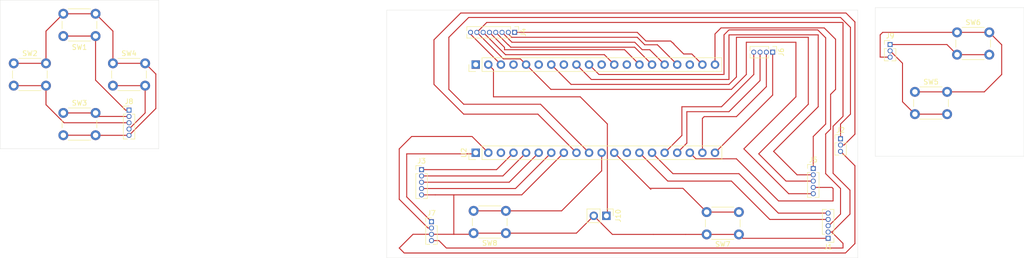
<source format=kicad_pcb>
(kicad_pcb (version 20241229) (generator "pcbnew") (generator_version "9.0")
  (layers (0 "F.Cu" signal) (2 "B.Cu" signal) (13 "F.Paste" user) (15 "B.Paste" user) (5 "F.SilkS" user "F.Silkscreen") (7 "B.SilkS" user "B.Silkscreen") (1 "F.Mask" user) (3 "B.Mask" user) (25 "Edge.Cuts" user))
  (net 0 "")
  (net 1 "/UP")
  (net 2 "/LEFT")
  (net 3 "/DOWN")
  (net 4 "/RIGHT")
  (net 5 "/A")
  (net 6 "/B")
  (net 7 "/START")
  (net 8 "/SELECT")
  (net 9 "/I2C0_SDA")
  (net 10 "/I2C0_SCL")
  (net 11 "/DT")
  (net 12 "/CLK")
  (net 13 "/DIN")
  (net 14 "/MUTE")
  (net 15 "/LCD_GND")
  (net 19 "/LRC")
  (net 22 "/LCD CS")
  (net 23 "/BCLK")
  (net 24 "/MOSI")
  (net 25 "/CS")
  (net 26 "/MISO")
  (net 27 "/LCD CLK")
  (net 28 "/RS")
  (net 29 "/LED")
  (net 30 "/GND")
  (net 31 "/A_OUT")
  (net 32 "/GND_R")
  (net 33 "/B_OUT")
  (net 34 "/VSYS")
  (net 35 "/3V3")
  (net 36 "/GND_L")
  (net 37 "/UP2")
  (net 38 "/RIGHT2")
  (net 39 "/LEFT2")
  (net 40 "/DOWN2")
  (net 41 "/SDI")
  (net 42 "/SCK")
  (net 43 "/RST")
  (footprint "Connector_PinHeader_2.54mm:PinHeader_1x02_P2.54mm_Vertical" (layer "F.Cu") (at 165.275 142.5 -90)
    (property "Reference" "J10" (at 0 -2.38 90) (layer "F.SilkS"))
    (property "Value" "POWER_SWITCH")
    (fp_line (start -1.38 3.92) (end 1.38 3.92) (stroke (width 0.12)) (layer "F.SilkS"))
    (fp_line (start -1.38 1.27) (end -1.38 3.92) (stroke (width 0.12)) (layer "F.SilkS"))
    (fp_line (start -1.38 1.27) (end 1.38 1.27) (stroke (width 0.12)) (layer "F.SilkS"))
    (fp_line (start 1.38 1.27) (end 1.38 3.92) (stroke (width 0.12)) (layer "F.SilkS"))
    (fp_line (start -1.38 0) (end -1.38 -1.38) (stroke (width 0.12)) (layer "F.SilkS"))
    (fp_line (start -1.38 -1.38) (end 0 -1.38) (stroke (width 0.12)) (layer "F.SilkS"))
    (pad "1" thru_hole rect (at 0 0 270) (size 1.7 1.7) (drill 1) (layers "*.Cu" "*.Mask") (net 34 "/VSYS"))
    (pad "2" thru_hole circle (at 0 2.54 270) (size 1.7 1.7) (drill 1) (layers "*.Cu" "*.Mask") (net 30 "/GND"))
  )
  (footprint "Button_Switch_THT:SW_PUSH_6mm" (layer "F.Cu") (at 236 105.5)
    (property "Reference" "SW6" (at 3.25 -2 0) (layer "F.SilkS"))
    (property "Value" "SW_Push")
    (fp_line (start -0.25 1.5) (end -0.25 3) (stroke (width 0.12)) (layer "F.SilkS"))
    (fp_line (start 1 5.5) (end 5.5 5.5) (stroke (width 0.12)) (layer "F.SilkS"))
    (fp_line (start 5.5 -1) (end 1 -1) (stroke (width 0.12)) (layer "F.SilkS"))
    (fp_line (start 6.75 3) (end 6.75 1.5) (stroke (width 0.12)) (layer "F.SilkS"))
    (pad "1" thru_hole circle (at 0 0 90) (size 2 2) (drill 1.1) (layers "*.Cu" "*.Mask") (net 32 "/GND_R"))
    (pad "1" thru_hole circle (at 6.5 0 90) (size 2 2) (drill 1.1) (layers "*.Cu" "*.Mask") (net 32 "/GND_R"))
    (pad "2" thru_hole circle (at 0 4.5 90) (size 2 2) (drill 1.1) (layers "*.Cu" "*.Mask") (net 33 "/B_OUT"))
    (pad "2" thru_hole circle (at 6.5 4.5 90) (size 2 2) (drill 1.1) (layers "*.Cu" "*.Mask") (net 33 "/B_OUT"))
  )
  (footprint "Button_Switch_THT:SW_PUSH_6mm" (layer "F.Cu") (at 145 146 180)
    (property "Reference" "SW8" (at 3.25 -2 0) (layer "F.SilkS"))
    (property "Value" "SW_Push")
    (fp_line (start 6.75 3) (end 6.75 1.5) (stroke (width 0.12)) (layer "F.SilkS"))
    (fp_line (start 5.5 -1) (end 1 -1) (stroke (width 0.12)) (layer "F.SilkS"))
    (fp_line (start 1 5.5) (end 5.5 5.5) (stroke (width 0.12)) (layer "F.SilkS"))
    (fp_line (start -0.25 1.5) (end -0.25 3) (stroke (width 0.12)) (layer "F.SilkS"))
    (pad "1" thru_hole circle (at 0 0 270) (size 2 2) (drill 1.1) (layers "*.Cu" "*.Mask") (net 30 "/GND"))
    (pad "1" thru_hole circle (at 6.5 0 270) (size 2 2) (drill 1.1) (layers "*.Cu" "*.Mask") (net 30 "/GND"))
    (pad "2" thru_hole circle (at 0 4.5 270) (size 2 2) (drill 1.1) (layers "*.Cu" "*.Mask") (net 8 "/SELECT"))
    (pad "2" thru_hole circle (at 6.5 4.5 270) (size 2 2) (drill 1.1) (layers "*.Cu" "*.Mask") (net 8 "/SELECT"))
  )
  (footprint "Button_Switch_THT:SW_PUSH_6mm" (layer "F.Cu") (at 55.75 101.75)
    (property "Reference" "SW1" (at 3.25 6.75 0) (layer "F.SilkS"))
    (property "Value" "SW_Push")
    (fp_line (start -0.25 1.5) (end -0.25 3) (stroke (width 0.12)) (layer "F.SilkS"))
    (fp_line (start 1 5.5) (end 5.5 5.5) (stroke (width 0.12)) (layer "F.SilkS"))
    (fp_line (start 5.5 -1) (end 1 -1) (stroke (width 0.12)) (layer "F.SilkS"))
    (fp_line (start 6.75 3) (end 6.75 1.5) (stroke (width 0.12)) (layer "F.SilkS"))
    (pad "1" thru_hole circle (at 0 0 90) (size 2 2) (drill 1.1) (layers "*.Cu" "*.Mask") (net 36 "/GND_L"))
    (pad "1" thru_hole circle (at 6.5 0 90) (size 2 2) (drill 1.1) (layers "*.Cu" "*.Mask") (net 36 "/GND_L"))
    (pad "2" thru_hole circle (at 0 4.5 90) (size 2 2) (drill 1.1) (layers "*.Cu" "*.Mask") (net 37 "/UP2"))
    (pad "2" thru_hole circle (at 6.5 4.5 90) (size 2 2) (drill 1.1) (layers "*.Cu" "*.Mask") (net 37 "/UP2"))
  )
  (footprint "Connector_PinHeader_1.27mm:PinHeader_1x05_P1.27mm_Vertical" (layer "F.Cu") (at 128 133.19)
    (property "Reference" "J3" (at 0 -1.745 0) (layer "F.SilkS"))
    (property "Value" "L PCB_IN")
    (fp_line (start -1.16 -0.81) (end 0 -0.81) (stroke (width 0.12)) (layer "F.SilkS"))
    (fp_line (start -1.16 0) (end -1.16 -0.81) (stroke (width 0.12)) (layer "F.SilkS"))
    (fp_line (start -1.16 0.81) (end -1.16 5.825) (stroke (width 0.12)) (layer "F.SilkS"))
    (fp_line (start -1.16 0.81) (end -0.666708 0.81) (stroke (width 0.12)) (layer "F.SilkS"))
    (fp_line (start -1.16 5.825) (end -0.317923 5.825) (stroke (width 0.12)) (layer "F.SilkS"))
    (fp_line (start 0.317923 5.825) (end 1.16 5.825) (stroke (width 0.12)) (layer "F.SilkS"))
    (fp_line (start 0.666708 0.81) (end 1.16 0.81) (stroke (width 0.12)) (layer "F.SilkS"))
    (fp_line (start 1.16 0.81) (end 1.16 5.825) (stroke (width 0.12)) (layer "F.SilkS"))
    (pad "1" thru_hole rect (at 0 0) (size 1 1) (drill 0.65) (layers "*.Cu" "*.Mask") (net 1 "/UP"))
    (pad "2" thru_hole circle (at 0 1.27) (size 1 1) (drill 0.65) (layers "*.Cu" "*.Mask") (net 3 "/DOWN"))
    (pad "3" thru_hole circle (at 0 2.54) (size 1 1) (drill 0.65) (layers "*.Cu" "*.Mask") (net 2 "/LEFT"))
    (pad "4" thru_hole circle (at 0 3.81) (size 1 1) (drill 0.65) (layers "*.Cu" "*.Mask") (net 4 "/RIGHT"))
    (pad "5" thru_hole circle (at 0 5.08) (size 1 1) (drill 0.65) (layers "*.Cu" "*.Mask") (net 30 "/GND"))
  )
  (footprint "Connector_PinHeader_1.27mm:PinHeader_1x04_P1.27mm_Vertical" (layer "F.Cu") (at 130 143.69)
    (property "Reference" "J7" (at 0 -1.745 0) (layer "F.SilkS"))
    (property "Value" "ADC")
    (fp_line (start -1.16 -0.81) (end 0 -0.81) (stroke (width 0.12)) (layer "F.SilkS"))
    (fp_line (start -1.16 0) (end -1.16 -0.81) (stroke (width 0.12)) (layer "F.SilkS"))
    (fp_line (start -1.16 0.81) (end -1.16 4.555) (stroke (width 0.12)) (layer "F.SilkS"))
    (fp_line (start -1.16 0.81) (end -0.666708 0.81) (stroke (width 0.12)) (layer "F.SilkS"))
    (fp_line (start -1.16 4.555) (end -0.317923 4.555) (stroke (width 0.12)) (layer "F.SilkS"))
    (fp_line (start 0.317923 4.555) (end 1.16 4.555) (stroke (width 0.12)) (layer "F.SilkS"))
    (fp_line (start 0.666708 0.81) (end 1.16 0.81) (stroke (width 0.12)) (layer "F.SilkS"))
    (fp_line (start 1.16 0.81) (end 1.16 4.555) (stroke (width 0.12)) (layer "F.SilkS"))
    (pad "1" thru_hole rect (at 0 0) (size 1 1) (drill 0.65) (layers "*.Cu" "*.Mask") (net 9 "/I2C0_SDA"))
    (pad "2" thru_hole circle (at 0 1.27) (size 1 1) (drill 0.65) (layers "*.Cu" "*.Mask") (net 10 "/I2C0_SCL"))
    (pad "3" thru_hole circle (at 0 2.54) (size 1 1) (drill 0.65) (layers "*.Cu" "*.Mask") (net 30 "/GND"))
    (pad "4" thru_hole circle (at 0 3.81) (size 1 1) (drill 0.65) (layers "*.Cu" "*.Mask") (net 35 "/3V3"))
  )
  (footprint "Connector_PinHeader_1.27mm:PinHeader_1x05_P1.27mm_Vertical" (layer "F.Cu") (at 210 147.04 180)
    (property "Reference" "J1" (at 0 -1.745 0) (layer "F.SilkS"))
    (property "Value" "ENC")
    (fp_line (start 1.16 0.81) (end 1.16 5.825) (stroke (width 0.12)) (layer "F.SilkS"))
    (fp_line (start 0.666708 0.81) (end 1.16 0.81) (stroke (width 0.12)) (layer "F.SilkS"))
    (fp_line (start 0.317923 5.825) (end 1.16 5.825) (stroke (width 0.12)) (layer "F.SilkS"))
    (fp_line (start -1.16 5.825) (end -0.317923 5.825) (stroke (width 0.12)) (layer "F.SilkS"))
    (fp_line (start -1.16 0.81) (end -0.666708 0.81) (stroke (width 0.12)) (layer "F.SilkS"))
    (fp_line (start -1.16 0.81) (end -1.16 5.825) (stroke (width 0.12)) (layer "F.SilkS"))
    (fp_line (start -1.16 0) (end -1.16 -0.81) (stroke (width 0.12)) (layer "F.SilkS"))
    (fp_line (start -1.16 -0.81) (end 0 -0.81) (stroke (width 0.12)) (layer "F.SilkS"))
    (pad "1" thru_hole rect (at 0 0 180) (size 1 1) (drill 0.65) (layers "*.Cu" "*.Mask") (net 30 "/GND"))
    (pad "2" thru_hole circle (at 0 1.27 180) (size 1 1) (drill 0.65) (layers "*.Cu" "*.Mask") (net 35 "/3V3"))
    (pad "3" thru_hole circle (at 0 2.54 180) (size 1 1) (drill 0.65) (layers "*.Cu" "*.Mask") (net 14 "/MUTE"))
    (pad "4" thru_hole circle (at 0 3.81 180) (size 1 1) (drill 0.65) (layers "*.Cu" "*.Mask") (net 11 "/DT"))
    (pad "5" thru_hole circle (at 0 5.08 180) (size 1 1) (drill 0.65) (layers "*.Cu" "*.Mask") (net 12 "/CLK"))
  )
  (footprint "Button_Switch_THT:SW_PUSH_6mm" (layer "F.Cu") (at 192 146.25 180)
    (property "Reference" "SW7" (at 3.25 -2 0) (layer "F.SilkS"))
    (property "Value" "SW_Push")
    (fp_line (start 6.75 3) (end 6.75 1.5) (stroke (width 0.12)) (layer "F.SilkS"))
    (fp_line (start 5.5 -1) (end 1 -1) (stroke (width 0.12)) (layer "F.SilkS"))
    (fp_line (start 1 5.5) (end 5.5 5.5) (stroke (width 0.12)) (layer "F.SilkS"))
    (fp_line (start -0.25 1.5) (end -0.25 3) (stroke (width 0.12)) (layer "F.SilkS"))
    (pad "1" thru_hole circle (at 0 0 270) (size 2 2) (drill 1.1) (layers "*.Cu" "*.Mask") (net 30 "/GND"))
    (pad "1" thru_hole circle (at 6.5 0 270) (size 2 2) (drill 1.1) (layers "*.Cu" "*.Mask") (net 30 "/GND"))
    (pad "2" thru_hole circle (at 0 4.5 270) (size 2 2) (drill 1.1) (layers "*.Cu" "*.Mask") (net 7 "/START"))
    (pad "2" thru_hole circle (at 6.5 4.5 270) (size 2 2) (drill 1.1) (layers "*.Cu" "*.Mask") (net 7 "/START"))
  )
  (footprint "Connector_PinHeader_1.27mm:PinHeader_1x05_P1.27mm_Vertical" (layer "F.Cu") (at 207 132.96)
    (property "Reference" "J5" (at 0 -1.745 0) (layer "F.SilkS"))
    (property "Value" "AMP")
    (fp_line (start -1.16 -0.81) (end 0 -0.81) (stroke (width 0.12)) (layer "F.SilkS"))
    (fp_line (start -1.16 0) (end -1.16 -0.81) (stroke (width 0.12)) (layer "F.SilkS"))
    (fp_line (start -1.16 0.81) (end -1.16 5.825) (stroke (width 0.12)) (layer "F.SilkS"))
    (fp_line (start -1.16 0.81) (end -0.666708 0.81) (stroke (width 0.12)) (layer "F.SilkS"))
    (fp_line (start -1.16 5.825) (end -0.317923 5.825) (stroke (width 0.12)) (layer "F.SilkS"))
    (fp_line (start 0.317923 5.825) (end 1.16 5.825) (stroke (width 0.12)) (layer "F.SilkS"))
    (fp_line (start 0.666708 0.81) (end 1.16 0.81) (stroke (width 0.12)) (layer "F.SilkS"))
    (fp_line (start 1.16 0.81) (end 1.16 5.825) (stroke (width 0.12)) (layer "F.SilkS"))
    (pad "1" thru_hole rect (at 0 0) (size 1 1) (drill 0.65) (layers "*.Cu" "*.Mask") (net 13 "/DIN"))
    (pad "2" thru_hole circle (at 0 1.27) (size 1 1) (drill 0.65) (layers "*.Cu" "*.Mask") (net 23 "/BCLK"))
    (pad "3" thru_hole circle (at 0 2.54) (size 1 1) (drill 0.65) (layers "*.Cu" "*.Mask") (net 19 "/LRC"))
    (pad "4" thru_hole circle (at 0 3.81) (size 1 1) (drill 0.65) (layers "*.Cu" "*.Mask") (net 30 "/GND"))
    (pad "5" thru_hole circle (at 0 5.08) (size 1 1) (drill 0.65) (layers "*.Cu" "*.Mask") (net 35 "/3V3"))
  )
  (footprint "Connector_PinHeader_1.27mm:PinHeader_1x03_P1.27mm_Vertical" (layer "F.Cu") (at 212.5 126.96)
    (property "Reference" "J2" (at 0 -1.745 0) (layer "F.SilkS"))
    (property "Value" "R PCB_in")
    (fp_line (start -1.16 -0.81) (end 0 -0.81) (stroke (width 0.12)) (layer "F.SilkS"))
    (fp_line (start -1.16 0) (end -1.16 -0.81) (stroke (width 0.12)) (layer "F.SilkS"))
    (fp_line (start -1.16 0.81) (end -1.16 3.285) (stroke (width 0.12)) (layer "F.SilkS"))
    (fp_line (start -1.16 0.81) (end -0.666708 0.81) (stroke (width 0.12)) (layer "F.SilkS"))
    (fp_line (start -1.16 3.285) (end -0.317923 3.285) (stroke (width 0.12)) (layer "F.SilkS"))
    (fp_line (start 0.317923 3.285) (end 1.16 3.285) (stroke (width 0.12)) (layer "F.SilkS"))
    (fp_line (start 0.666708 0.81) (end 1.16 0.81) (stroke (width 0.12)) (layer "F.SilkS"))
    (fp_line (start 1.16 0.81) (end 1.16 3.285) (stroke (width 0.12)) (layer "F.SilkS"))
    (pad "1" thru_hole rect (at 0 0) (size 1 1) (drill 0.65) (layers "*.Cu" "*.Mask") (net 6 "/B"))
    (pad "2" thru_hole circle (at 0 1.27) (size 1 1) (drill 0.65) (layers "*.Cu" "*.Mask") (net 5 "/A"))
    (pad "3" thru_hole circle (at 0 2.54) (size 1 1) (drill 0.65) (layers "*.Cu" "*.Mask") (net 30 "/GND"))
  )
  (footprint "Button_Switch_THT:SW_PUSH_6mm" (layer "F.Cu") (at 55.75 121.75)
    (property "Reference" "SW3" (at 3.25 -2 0) (layer "F.SilkS"))
    (property "Value" "SW_Push")
    (fp_line (start -0.25 1.5) (end -0.25 3) (stroke (width 0.12)) (layer "F.SilkS"))
    (fp_line (start 1 5.5) (end 5.5 5.5) (stroke (width 0.12)) (layer "F.SilkS"))
    (fp_line (start 5.5 -1) (end 1 -1) (stroke (width 0.12)) (layer "F.SilkS"))
    (fp_line (start 6.75 3) (end 6.75 1.5) (stroke (width 0.12)) (layer "F.SilkS"))
    (pad "1" thru_hole circle (at 0 0 90) (size 2 2) (drill 1.1) (layers "*.Cu" "*.Mask") (net 40 "/DOWN2"))
    (pad "1" thru_hole circle (at 6.5 0 90) (size 2 2) (drill 1.1) (layers "*.Cu" "*.Mask") (net 40 "/DOWN2"))
    (pad "2" thru_hole circle (at 0 4.5 90) (size 2 2) (drill 1.1) (layers "*.Cu" "*.Mask") (net 36 "/GND_L"))
    (pad "2" thru_hole circle (at 6.5 4.5 90) (size 2 2) (drill 1.1) (layers "*.Cu" "*.Mask") (net 36 "/GND_L"))
  )
  (footprint "myLibrary:Pico THT" (layer "F.Cu") (at 138.92 129.78 90)
    (property "Reference" "U2" (at 0 -2.38 90) (layer "F.SilkS"))
    (property "Value" "SC0915")
    (fp_line (start 16.4 -1.38) (end 17.78 -1.38) (stroke (width 0.12)) (layer "F.SilkS"))
    (fp_line (start -1.38 -1.38) (end 0 -1.38) (stroke (width 0.12)) (layer "F.SilkS"))
    (fp_line (start 16.4 0) (end 16.4 -1.38) (stroke (width 0.12)) (layer "F.SilkS"))
    (fp_line (start -1.38 0) (end -1.38 -1.38) (stroke (width 0.12)) (layer "F.SilkS"))
    (fp_line (start 19.16 1.27) (end 19.16 49.64) (stroke (width 0.12)) (layer "F.SilkS"))
    (fp_line (start 16.4 1.27) (end 19.16 1.27) (stroke (width 0.12)) (layer "F.SilkS"))
    (fp_line (start 16.4 1.27) (end 16.4 49.64) (stroke (width 0.12)) (layer "F.SilkS"))
    (fp_line (start 1.38 1.27) (end 1.38 49.64) (stroke (width 0.12)) (layer "F.SilkS"))
    (fp_line (start -1.38 1.27) (end 1.38 1.27) (stroke (width 0.12)) (layer "F.SilkS"))
    (fp_line (start -1.38 1.27) (end -1.38 49.64) (stroke (width 0.12)) (layer "F.SilkS"))
    (fp_line (start 16.4 49.64) (end 19.16 49.64) (stroke (width 0.12)) (layer "F.SilkS"))
    (fp_line (start -1.38 49.64) (end 1.38 49.64) (stroke (width 0.12)) (layer "F.SilkS"))
    (pad "1" thru_hole rect (at 0 0 90) (size 1.7 1.7) (drill 1) (layers "*.Cu" "*.Mask") (net 9 "/I2C0_SDA"))
    (pad "2" thru_hole circle (at 0 2.54 90) (size 1.7 1.7) (drill 1) (layers "*.Cu" "*.Mask") (net 10 "/I2C0_SCL"))
    (pad "3" thru_hole circle (at 0 5.08 90) (size 1.7 1.7) (drill 1) (layers "*.Cu" "*.Mask") (net 15 "/LCD_GND"))
    (pad "4" thru_hole circle (at 0 7.62 90) (size 1.7 1.7) (drill 1) (layers "*.Cu" "*.Mask") (net 1 "/UP"))
    (pad "5" thru_hole circle (at 0 10.16 90) (size 1.7 1.7) (drill 1) (layers "*.Cu" "*.Mask") (net 3 "/DOWN"))
    (pad "6" thru_hole circle (at 0 12.7 90) (size 1.7 1.7) (drill 1) (layers "*.Cu" "*.Mask") (net 2 "/LEFT"))
    (pad "7" thru_hole circle (at 0 15.24 90) (size 1.7 1.7) (drill 1) (layers "*.Cu" "*.Mask") (net 4 "/RIGHT"))
    (pad "8" thru_hole circle (at 0 17.78 90) (size 1.7 1.7) (drill 1) (layers "*.Cu" "*.Mask") (net 30 "/GND"))
    (pad "9" thru_hole circle (at 0 20.32 90) (size 1.7 1.7) (drill 1) (layers "*.Cu" "*.Mask") (net 5 "/A"))
    (pad "10" thru_hole circle (at 0 22.86 90) (size 1.7 1.7) (drill 1) (layers "*.Cu" "*.Mask") (net 6 "/B"))
    (pad "11" thru_hole circle (at 0 25.4 90) (size 1.7 1.7) (drill 1) (layers "*.Cu" "*.Mask") (net 8 "/SELECT"))
    (pad "12" thru_hole circle (at 0 27.94 90) (size 1.7 1.7) (drill 1) (layers "*.Cu" "*.Mask") (net 7 "/START"))
    (pad "13" thru_hole circle (at 0 30.48 90) (size 1.7 1.7) (drill 1) (layers "*.Cu" "*.Mask") (net 30 "/GND"))
    (pad "14" thru_hole circle (at 0 33.02 90) (size 1.7 1.7) (drill 1) (layers "*.Cu" "*.Mask") (net 11 "/DT"))
    (pad "15" thru_hole circle (at 0 35.56 90) (size 1.7 1.7) (drill 1) (layers "*.Cu" "*.Mask") (net 12 "/CLK"))
    (pad "16" thru_hole circle (at 0 38.1 90) (size 1.7 1.7) (drill 1) (layers "*.Cu" "*.Mask") (net 26 "/MISO"))
    (pad "17" thru_hole circle (at 0 40.64 90) (size 1.7 1.7) (drill 1) (layers "*.Cu" "*.Mask") (net 25 "/CS"))
    (pad "18" thru_hole circle (at 0 43.18 90) (size 1.7 1.7) (drill 1) (layers "*.Cu" "*.Mask") (net 30 "/GND"))
    (pad "19" thru_hole circle (at 0 45.72 90) (size 1.7 1.7) (drill 1) (layers "*.Cu" "*.Mask") (net 42 "/SCK"))
    (pad "20" thru_hole circle (at 0 48.26 90) (size 1.7 1.7) (drill 1) (layers "*.Cu" "*.Mask") (net 24 "/MOSI"))
    (pad "21" thru_hole circle (at 17.78 48.26 90) (size 1.7 1.7) (drill 1) (layers "*.Cu" "*.Mask") (net 14 "/MUTE"))
    (pad "22" thru_hole circle (at 17.78 45.72 90) (size 1.7 1.7) (drill 1) (layers "*.Cu" "*.Mask") (net 22 "/LCD CS"))
    (pad "23" thru_hole circle (at 17.78 43.18 90) (size 1.7 1.7) (drill 1) (layers "*.Cu" "*.Mask") (net 30 "/GND"))
    (pad "24" thru_hole circle (at 17.78 40.64 90) (size 1.7 1.7) (drill 1) (layers "*.Cu" "*.Mask") (net 27 "/LCD CLK"))
    (pad "25" thru_hole circle (at 17.78 38.1 90) (size 1.7 1.7) (drill 1) (layers "*.Cu" "*.Mask") (net 41 "/SDI"))
    (pad "26" thru_hole circle (at 17.78 35.56 90) (size 1.7 1.7) (drill 1) (layers "*.Cu" "*.Mask") (net 28 "/RS"))
    (pad "27" thru_hole circle (at 17.78 33.02 90) (size 1.7 1.7) (drill 1) (layers "*.Cu" "*.Mask") (net 43 "/RST"))
    (pad "28" thru_hole circle (at 17.78 30.48 90) (size 1.7 1.7) (drill 1) (layers "*.Cu" "*.Mask") (net 30 "/GND"))
    (pad "29" thru_hole circle (at 17.78 27.94 90) (size 1.7 1.7) (drill 1) (layers "*.Cu" "*.Mask") (net 29 "/LED"))
    (pad "30" thru_hole circle (at 17.78 25.4 90) (size 1.7 1.7) (drill 1) (layers "*.Cu" "*.Mask"))
    (pad "31" thru_hole circle (at 17.78 22.86 90) (size 1.7 1.7) (drill 1) (layers "*.Cu" "*.Mask") (net 13 "/DIN"))
    (pad "32" thru_hole circle (at 17.78 20.32 90) (size 1.7 1.7) (drill 1) (layers "*.Cu" "*.Mask") (net 23 "/BCLK"))
    (pad "33" thru_hole circle (at 17.78 17.78 90) (size 1.7 1.7) (drill 1) (layers "*.Cu" "*.Mask"))
    (pad "34" thru_hole circle (at 17.78 15.24 90) (size 1.7 1.7) (drill 1) (layers "*.Cu" "*.Mask") (net 19 "/LRC"))
    (pad "35" thru_hole circle (at 17.78 12.7 90) (size 1.7 1.7) (drill 1) (layers "*.Cu" "*.Mask"))
    (pad "36" thru_hole circle (at 17.78 10.16 90) (size 1.7 1.7) (drill 1) (layers "*.Cu" "*.Mask") (net 35 "/3V3"))
    (pad "37" thru_hole circle (at 17.78 7.62 90) (size 1.7 1.7) (drill 1) (layers "*.Cu" "*.Mask"))
    (pad "38" thru_hole circle (at 17.78 5.08 90) (size 1.7 1.7) (drill 1) (layers "*.Cu" "*.Mask") (net 30 "/GND"))
    (pad "39" thru_hole circle (at 17.78 2.54 90) (size 1.7 1.7) (drill 1) (layers "*.Cu" "*.Mask") (net 34 "/VSYS"))
    (pad "40" thru_hole rect (at 17.78 0 90) (size 1.7 1.7) (drill 1) (layers "*.Cu" "*.Mask"))
  )
  (footprint "Connector_PinHeader_1.27mm:PinHeader_1x04_P1.27mm_Vertical" (layer "F.Cu") (at 198.81 109.5 -90)
    (property "Reference" "J6" (at 0 -1.745 90) (layer "F.SilkS"))
    (property "Value" "SD")
    (fp_line (start -1.16 4.555) (end -0.317923 4.555) (stroke (width 0.12)) (layer "F.SilkS"))
    (fp_line (start 0.317923 4.555) (end 1.16 4.555) (stroke (width 0.12)) (layer "F.SilkS"))
    (fp_line (start -1.16 0.81) (end -1.16 4.555) (stroke (width 0.12)) (layer "F.SilkS"))
    (fp_line (start -1.16 0.81) (end -0.666708 0.81) (stroke (width 0.12)) (layer "F.SilkS"))
    (fp_line (start 0.666708 0.81) (end 1.16 0.81) (stroke (width 0.12)) (layer "F.SilkS"))
    (fp_line (start 1.16 0.81) (end 1.16 4.555) (stroke (width 0.12)) (layer "F.SilkS"))
    (fp_line (start -1.16 0) (end -1.16 -0.81) (stroke (width 0.12)) (layer "F.SilkS"))
    (fp_line (start -1.16 -0.81) (end 0 -0.81) (stroke (width 0.12)) (layer "F.SilkS"))
    (pad "1" thru_hole rect (at 0 0 270) (size 1 1) (drill 0.65) (layers "*.Cu" "*.Mask") (net 24 "/MOSI"))
    (pad "2" thru_hole circle (at 0 1.27 270) (size 1 1) (drill 0.65) (layers "*.Cu" "*.Mask") (net 42 "/SCK"))
    (pad "3" thru_hole circle (at 0 2.54 270) (size 1 1) (drill 0.65) (layers "*.Cu" "*.Mask") (net 25 "/CS"))
    (pad "4" thru_hole circle (at 0 3.81 270) (size 1 1) (drill 0.65) (layers "*.Cu" "*.Mask") (net 26 "/MISO"))
  )
  (footprint "Button_Switch_THT:SW_PUSH_6mm" (layer "F.Cu") (at 227.5 117.5)
    (property "Reference" "SW5" (at 3.25 -2 0) (layer "F.SilkS"))
    (property "Value" "SW_Push")
    (fp_line (start -0.25 1.5) (end -0.25 3) (stroke (width 0.12)) (layer "F.SilkS"))
    (fp_line (start 1 5.5) (end 5.5 5.5) (stroke (width 0.12)) (layer "F.SilkS"))
    (fp_line (start 5.5 -1) (end 1 -1) (stroke (width 0.12)) (layer "F.SilkS"))
    (fp_line (start 6.75 3) (end 6.75 1.5) (stroke (width 0.12)) (layer "F.SilkS"))
    (pad "1" thru_hole circle (at 0 0 90) (size 2 2) (drill 1.1) (layers "*.Cu" "*.Mask") (net 32 "/GND_R"))
    (pad "1" thru_hole circle (at 6.5 0 90) (size 2 2) (drill 1.1) (layers "*.Cu" "*.Mask") (net 32 "/GND_R"))
    (pad "2" thru_hole circle (at 0 4.5 90) (size 2 2) (drill 1.1) (layers "*.Cu" "*.Mask") (net 31 "/A_OUT"))
    (pad "2" thru_hole circle (at 6.5 4.5 90) (size 2 2) (drill 1.1) (layers "*.Cu" "*.Mask") (net 31 "/A_OUT"))
  )
  (footprint "Connector_PinHeader_1.27mm:PinHeader_1x05_P1.27mm_Vertical" (layer "F.Cu") (at 69 121.19)
    (property "Reference" "J8" (at 0 -1.745 0) (layer "F.SilkS"))
    (property "Value" "L PCB_OUT")
    (fp_line (start -1.16 -0.81) (end 0 -0.81) (stroke (width 0.12)) (layer "F.SilkS"))
    (fp_line (start -1.16 0) (end -1.16 -0.81) (stroke (width 0.12)) (layer "F.SilkS"))
    (fp_line (start -1.16 0.81) (end -1.16 5.825) (stroke (width 0.12)) (layer "F.SilkS"))
    (fp_line (start -1.16 0.81) (end -0.666708 0.81) (stroke (width 0.12)) (layer "F.SilkS"))
    (fp_line (start -1.16 5.825) (end -0.317923 5.825) (stroke (width 0.12)) (layer "F.SilkS"))
    (fp_line (start 0.317923 5.825) (end 1.16 5.825) (stroke (width 0.12)) (layer "F.SilkS"))
    (fp_line (start 0.666708 0.81) (end 1.16 0.81) (stroke (width 0.12)) (layer "F.SilkS"))
    (fp_line (start 1.16 0.81) (end 1.16 5.825) (stroke (width 0.12)) (layer "F.SilkS"))
    (pad "1" thru_hole rect (at 0 0) (size 1 1) (drill 0.65) (layers "*.Cu" "*.Mask") (net 37 "/UP2"))
    (pad "2" thru_hole circle (at 0 1.27) (size 1 1) (drill 0.65) (layers "*.Cu" "*.Mask") (net 40 "/DOWN2"))
    (pad "3" thru_hole circle (at 0 2.54) (size 1 1) (drill 0.65) (layers "*.Cu" "*.Mask") (net 39 "/LEFT2"))
    (pad "4" thru_hole circle (at 0 3.81) (size 1 1) (drill 0.65) (layers "*.Cu" "*.Mask") (net 38 "/RIGHT2"))
    (pad "5" thru_hole circle (at 0 5.08) (size 1 1) (drill 0.65) (layers "*.Cu" "*.Mask") (net 36 "/GND_L"))
  )
  (footprint "Button_Switch_THT:SW_PUSH_6mm" (layer "F.Cu") (at 45.75 111.75)
    (property "Reference" "SW2" (at 3.25 -2 0) (layer "F.SilkS"))
    (property "Value" "SW_Push")
    (fp_line (start -0.25 1.5) (end -0.25 3) (stroke (width 0.12)) (layer "F.SilkS"))
    (fp_line (start 1 5.5) (end 5.5 5.5) (stroke (width 0.12)) (layer "F.SilkS"))
    (fp_line (start 5.5 -1) (end 1 -1) (stroke (width 0.12)) (layer "F.SilkS"))
    (fp_line (start 6.75 3) (end 6.75 1.5) (stroke (width 0.12)) (layer "F.SilkS"))
    (pad "1" thru_hole circle (at 0 0 90) (size 2 2) (drill 1.1) (layers "*.Cu" "*.Mask") (net 36 "/GND_L"))
    (pad "1" thru_hole circle (at 6.5 0 90) (size 2 2) (drill 1.1) (layers "*.Cu" "*.Mask") (net 36 "/GND_L"))
    (pad "2" thru_hole circle (at 0 4.5 90) (size 2 2) (drill 1.1) (layers "*.Cu" "*.Mask") (net 39 "/LEFT2"))
    (pad "2" thru_hole circle (at 6.5 4.5 90) (size 2 2) (drill 1.1) (layers "*.Cu" "*.Mask") (net 39 "/LEFT2"))
  )
  (footprint "Button_Switch_THT:SW_PUSH_6mm" (layer "F.Cu") (at 65.75 111.75)
    (property "Reference" "SW4" (at 3.25 -2 0) (layer "F.SilkS"))
    (property "Value" "SW_Push")
    (fp_line (start -0.25 1.5) (end -0.25 3) (stroke (width 0.12)) (layer "F.SilkS"))
    (fp_line (start 1 5.5) (end 5.5 5.5) (stroke (width 0.12)) (layer "F.SilkS"))
    (fp_line (start 5.5 -1) (end 1 -1) (stroke (width 0.12)) (layer "F.SilkS"))
    (fp_line (start 6.75 3) (end 6.75 1.5) (stroke (width 0.12)) (layer "F.SilkS"))
    (pad "1" thru_hole circle (at 0 0 90) (size 2 2) (drill 1.1) (layers "*.Cu" "*.Mask") (net 36 "/GND_L"))
    (pad "1" thru_hole circle (at 6.5 0 90) (size 2 2) (drill 1.1) (layers "*.Cu" "*.Mask") (net 36 "/GND_L"))
    (pad "2" thru_hole circle (at 0 4.5 90) (size 2 2) (drill 1.1) (layers "*.Cu" "*.Mask") (net 38 "/RIGHT2"))
    (pad "2" thru_hole circle (at 6.5 4.5 90) (size 2 2) (drill 1.1) (layers "*.Cu" "*.Mask") (net 38 "/RIGHT2"))
  )
  (footprint "Connector_PinHeader_1.27mm:PinHeader_1x08_P1.27mm_Vertical" (layer "F.Cu") (at 146.77 105.5 -90)
    (property "Reference" "J4" (at 0 -1.745 90) (layer "F.SilkS"))
    (property "Value" "LCD")
    (fp_line (start -1.16 9.635) (end -0.317923 9.635) (stroke (width 0.12)) (layer "F.SilkS"))
    (fp_line (start 0.317923 9.635) (end 1.16 9.635) (stroke (width 0.12)) (layer "F.SilkS"))
    (fp_line (start -1.16 0.81) (end -1.16 9.635) (stroke (width 0.12)) (layer "F.SilkS"))
    (fp_line (start -1.16 0.81) (end -0.666708 0.81) (stroke (width 0.12)) (layer "F.SilkS"))
    (fp_line (start 0.666708 0.81) (end 1.16 0.81) (stroke (width 0.12)) (layer "F.SilkS"))
    (fp_line (start 1.16 0.81) (end 1.16 9.635) (stroke (width 0.12)) (layer "F.SilkS"))
    (fp_line (start -1.16 0) (end -1.16 -0.81) (stroke (width 0.12)) (layer "F.SilkS"))
    (fp_line (start -1.16 -0.81) (end 0 -0.81) (stroke (width 0.12)) (layer "F.SilkS"))
    (pad "1" thru_hole rect (at 0 0 270) (size 1 1) (drill 0.65) (layers "*.Cu" "*.Mask") (net 22 "/LCD CS"))
    (pad "2" thru_hole circle (at 0 1.27 270) (size 1 1) (drill 0.65) (layers "*.Cu" "*.Mask") (net 27 "/LCD CLK"))
    (pad "3" thru_hole circle (at 0 2.54 270) (size 1 1) (drill 0.65) (layers "*.Cu" "*.Mask") (net 41 "/SDI"))
    (pad "4" thru_hole circle (at 0 3.81 270) (size 1 1) (drill 0.65) (layers "*.Cu" "*.Mask") (net 28 "/RS"))
    (pad "5" thru_hole circle (at 0 5.08 270) (size 1 1) (drill 0.65) (layers "*.Cu" "*.Mask") (net 43 "/RST"))
    (pad "6" thru_hole circle (at 0 6.35 270) (size 1 1) (drill 0.65) (layers "*.Cu" "*.Mask") (net 29 "/LED"))
    (pad "7" thru_hole circle (at 0 7.62 270) (size 1 1) (drill 0.65) (layers "*.Cu" "*.Mask") (net 35 "/3V3"))
    (pad "8" thru_hole circle (at 0 8.89 270) (size 1 1) (drill 0.65) (layers "*.Cu" "*.Mask") (net 30 "/GND"))
  )
  (footprint "Connector_PinHeader_1.27mm:PinHeader_1x03_P1.27mm_Vertical" (layer "F.Cu") (at 222.5 107.96)
    (property "Reference" "J9" (at 0 -1.745 0) (layer "F.SilkS"))
    (property "Value" "R PCB_out")
    (fp_line (start -1.16 -0.81) (end 0 -0.81) (stroke (width 0.12)) (layer "F.SilkS"))
    (fp_line (start -1.16 0) (end -1.16 -0.81) (stroke (width 0.12)) (layer "F.SilkS"))
    (fp_line (start -1.16 0.81) (end -1.16 3.285) (stroke (width 0.12)) (layer "F.SilkS"))
    (fp_line (start -1.16 0.81) (end -0.666708 0.81) (stroke (width 0.12)) (layer "F.SilkS"))
    (fp_line (start -1.16 3.285) (end -0.317923 3.285) (stroke (width 0.12)) (layer "F.SilkS"))
    (fp_line (start 0.317923 3.285) (end 1.16 3.285) (stroke (width 0.12)) (layer "F.SilkS"))
    (fp_line (start 0.666708 0.81) (end 1.16 0.81) (stroke (width 0.12)) (layer "F.SilkS"))
    (fp_line (start 1.16 0.81) (end 1.16 3.285) (stroke (width 0.12)) (layer "F.SilkS"))
    (pad "1" thru_hole rect (at 0 0) (size 1 1) (drill 0.65) (layers "*.Cu" "*.Mask") (net 33 "/B_OUT"))
    (pad "2" thru_hole circle (at 0 1.27) (size 1 1) (drill 0.65) (layers "*.Cu" "*.Mask") (net 31 "/A_OUT"))
    (pad "3" thru_hole circle (at 0 2.54) (size 1 1) (drill 0.65) (layers "*.Cu" "*.Mask") (net 32 "/GND_R"))
  )
  (gr_rect (start 219.5 100.5) (end 249.5 130.5) (stroke (width 0.05)) (fill no) (layer "Edge.Cuts"))
  (gr_rect (start 43 99) (end 75 129) (stroke (width 0.05)) (fill no) (layer "Edge.Cuts"))
  (gr_rect (start 121 101) (end 216 151) (stroke (width 0.05)) (fill no) (layer "Edge.Cuts"))
  (segment (start 128 133.19) (end 143.13 133.19) (width 0.2) (layer "F.Cu") (net 1))
  (segment (start 143.13 133.19) (end 146.54 129.78) (width 0.2) (layer "F.Cu") (net 1))
  (segment (start 128 135.73) (end 145.67 135.73) (width 0.2) (layer "F.Cu") (net 2))
  (segment (start 145.67 135.73) (end 151.62 129.78) (width 0.2) (layer "F.Cu") (net 2))
  (segment (start 144.4 134.46) (end 149.08 129.78) (width 0.2) (layer "F.Cu") (net 3))
  (segment (start 128 134.46) (end 144.4 134.46) (width 0.2) (layer "F.Cu") (net 3))
  (segment (start 146.94 137) (end 154.16 129.78) (width 0.2) (layer "F.Cu") (net 4))
  (segment (start 128 137) (end 146.94 137) (width 0.2) (layer "F.Cu") (net 4))
  (segment (start 213.207106 128.23) (end 215.399 126.038106) (width 0.2) (layer "F.Cu") (net 5))
  (segment (start 130.5 116) (end 136.5 122) (width 0.2) (layer "F.Cu") (net 5))
  (segment (start 213.601 101.601) (end 135.899 101.601) (width 0.2) (layer "F.Cu") (net 5))
  (segment (start 215.399 126.038106) (end 215.399 103.399) (width 0.2) (layer "F.Cu") (net 5))
  (segment (start 151.46 122) (end 159.24 129.78) (width 0.2) (layer "F.Cu") (net 5))
  (segment (start 136.5 122) (end 151.46 122) (width 0.2) (layer "F.Cu") (net 5))
  (segment (start 215.399 103.399) (end 213.601 101.601) (width 0.2) (layer "F.Cu") (net 5))
  (segment (start 130.5 107) (end 130.5 116) (width 0.2) (layer "F.Cu") (net 5))
  (segment (start 135.899 101.601) (end 130.5 107) (width 0.2) (layer "F.Cu") (net 5))
  (segment (start 212.5 128.23) (end 213.207106 128.23) (width 0.2) (layer "F.Cu") (net 5))
  (segment (start 212.5 102.5) (end 137.5 102.5) (width 0.2) (layer "F.Cu") (net 6))
  (segment (start 212.5 126.96) (end 212.5 124) (width 0.2) (layer "F.Cu") (net 6))
  (segment (start 214.5 104.5) (end 212.5 102.5) (width 0.2) (layer "F.Cu") (net 6))
  (segment (start 133.5 117) (end 136.5 120) (width 0.2) (layer "F.Cu") (net 6))
  (segment (start 214.5 122) (end 214.5 104.5) (width 0.2) (layer "F.Cu") (net 6))
  (segment (start 136.5 120) (end 152 120) (width 0.2) (layer "F.Cu") (net 6))
  (segment (start 137.5 102.5) (end 133.5 106.5) (width 0.2) (layer "F.Cu") (net 6))
  (segment (start 152 120) (end 161.78 129.78) (width 0.2) (layer "F.Cu") (net 6))
  (segment (start 133.5 106.5) (end 133.5 117) (width 0.2) (layer "F.Cu") (net 6))
  (segment (start 212.5 124) (end 214.5 122) (width 0.2) (layer "F.Cu") (net 6))
  (segment (start 174.25 137.17) (end 174.04 136.96) (width 0.2) (layer "F.Cu") (net 7))
  (segment (start 192 141.75) (end 185.5 141.75) (width 0.2) (layer "F.Cu") (net 7))
  (segment (start 180.71 136.96) (end 174.04 136.96) (width 0.2) (layer "F.Cu") (net 7))
  (segment (start 185.5 141.75) (end 180.71 136.96) (width 0.2) (layer "F.Cu") (net 7))
  (segment (start 174.04 136.96) (end 166.86 129.78) (width 0.2) (layer "F.Cu") (net 7))
  (segment (start 145 141.5) (end 138.5 141.5) (width 0.2) (layer "F.Cu") (net 8))
  (segment (start 164.32 133.43) (end 156.25 141.5) (width 0.2) (layer "F.Cu") (net 8))
  (segment (start 164.32 129.78) (end 164.32 133.43) (width 0.2) (layer "F.Cu") (net 8))
  (segment (start 156.25 141.5) (end 145 141.5) (width 0.2) (layer "F.Cu") (net 8))
  (segment (start 125 138.69) (end 130 143.69) (width 0.2) (layer "F.Cu") (net 9))
  (segment (start 138.92 129.78) (end 138.7 130) (width 0.2) (layer "F.Cu") (net 9))
  (segment (start 138.7 130) (end 125 130) (width 0.2) (layer "F.Cu") (net 9))
  (segment (start 125 130) (end 125 138.69) (width 0.2) (layer "F.Cu") (net 9))
  (segment (start 129.292894 144.96) (end 130 144.96) (width 0.2) (layer "F.Cu") (net 10))
  (segment (start 123.5 129) (end 123.5 139.167106) (width 0.2) (layer "F.Cu") (net 10))
  (segment (start 138.18 126.5) (end 138 126.5) (width 0.2) (layer "F.Cu") (net 10))
  (segment (start 126 126.5) (end 123.5 129) (width 0.2) (layer "F.Cu") (net 10))
  (segment (start 123.5 139.167106) (end 129.292894 144.96) (width 0.2) (layer "F.Cu") (net 10))
  (segment (start 141.46 129.78) (end 138.18 126.5) (width 0.2) (layer "F.Cu") (net 10))
  (segment (start 138 126.5) (end 126 126.5) (width 0.2) (layer "F.Cu") (net 10))
  (segment (start 177.66 135.5) (end 171.94 129.78) (width 0.2) (layer "F.Cu") (net 11))
  (segment (start 190.5 135.5) (end 177.66 135.5) (width 0.2) (layer "F.Cu") (net 11))
  (segment (start 198.23 143.23) (end 190.5 135.5) (width 0.2) (layer "F.Cu") (net 11))
  (segment (start 210 143.23) (end 198.23 143.23) (width 0.2) (layer "F.Cu") (net 11))
  (segment (start 178.7 134) (end 192 134) (width 0.2) (layer "F.Cu") (net 12))
  (segment (start 192 134) (end 199.96 141.96) (width 0.2) (layer "F.Cu") (net 12))
  (segment (start 174.48 129.78) (end 178.7 134) (width 0.2) (layer "F.Cu") (net 12))
  (segment (start 199.96 141.96) (end 210 141.96) (width 0.2) (layer "F.Cu") (net 12))
  (segment (start 207 132.96) (end 207 126.5) (width 0.2) (layer "F.Cu") (net 13))
  (segment (start 190 105) (end 189 106) (width 0.2) (layer "F.Cu") (net 13))
  (segment (start 209.5 124) (end 209.5 106.599854) (width 0.2) (layer "F.Cu") (net 13))
  (segment (start 207 126.5) (end 209.5 124) (width 0.2) (layer "F.Cu") (net 13))
  (segment (start 207.900147 105) (end 190 105) (width 0.2) (layer "F.Cu") (net 13))
  (segment (start 209.5 106.599854) (end 207.900147 105) (width 0.2) (layer "F.Cu") (net 13))
  (segment (start 163.78 114) (end 161.78 112) (width 0.2) (layer "F.Cu") (net 13))
  (segment (start 189 114) (end 163.78 114) (width 0.2) (layer "F.Cu") (net 13))
  (segment (start 189 106) (end 189 114) (width 0.2) (layer "F.Cu") (net 13))
  (segment (start 210.5 125) (end 210.5 118) (width 0.2) (layer "F.Cu") (net 14))
  (segment (start 212.5 137) (end 209.5 134) (width 0.2) (layer "F.Cu") (net 14))
  (segment (start 188.401 104.599) (end 187.18 105.82) (width 0.2) (layer "F.Cu") (net 14))
  (segment (start 211.5 117) (end 211.5 106.8929) (width 0.2) (layer "F.Cu") (net 14))
  (segment (start 187.18 105.82) (end 187.18 112) (width 0.2) (layer "F.Cu") (net 14))
  (segment (start 209.2061 104.599) (end 188.401 104.599) (width 0.2) (layer "F.Cu") (net 14))
  (segment (start 211.5 106.8929) (end 209.2061 104.599) (width 0.2) (layer "F.Cu") (net 14))
  (segment (start 210.144191 144.5) (end 212.5 142.144191) (width 0.2) (layer "F.Cu") (net 14))
  (segment (start 212.5 142.144191) (end 212.5 137) (width 0.2) (layer "F.Cu") (net 14))
  (segment (start 210 144.5) (end 210.144191 144.5) (width 0.2) (layer "F.Cu") (net 14))
  (segment (start 210.5 118) (end 211.5 117) (width 0.2) (layer "F.Cu") (net 14))
  (segment (start 209.5 126) (end 210.5 125) (width 0.2) (layer "F.Cu") (net 14))
  (segment (start 209.5 134) (end 209.5 126) (width 0.2) (layer "F.Cu") (net 14))
  (segment (start 196 130) (end 206 120) (width 0.2) (layer "F.Cu") (net 19))
  (segment (start 158.16 116) (end 154.16 112) (width 0.2) (layer "F.Cu") (net 19))
  (segment (start 206 120) (end 206 106.5) (width 0.2) (layer "F.Cu") (net 19))
  (segment (start 201.5 135.5) (end 196 130) (width 0.2) (layer "F.Cu") (net 19))
  (segment (start 190 116) (end 158.16 116) (width 0.2) (layer "F.Cu") (net 19))
  (segment (start 207 135.5) (end 201.5 135.5) (width 0.2) (layer "F.Cu") (net 19))
  (segment (start 206 106.5) (end 191.5 106.5) (width 0.2) (layer "F.Cu") (net 19))
  (segment (start 191.5 106.5) (end 191.5 114.5) (width 0.2) (layer "F.Cu") (net 19))
  (segment (start 191.5 114.5) (end 190 116) (width 0.2) (layer "F.Cu") (net 19))
  (segment (start 173.25 107.25) (end 178.25 107.25) (width 0.2) (layer "F.Cu") (net 22))
  (segment (start 146.77 105.5) (end 171.5 105.5) (width 0.2) (layer "F.Cu") (net 22))
  (segment (start 171.5 105.5) (end 173.25 107.25) (width 0.2) (layer "F.Cu") (net 22))
  (segment (start 178.901 107.8339) (end 178.901 107.901) (width 0.2) (layer "F.Cu") (net 22))
  (segment (start 178.599 107.599) (end 178.6661 107.599) (width 0.2) (layer "F.Cu") (net 22))
  (segment (start 178.901 107.901) (end 180.86 109.86) (width 0.2) (layer "F.Cu") (net 22))
  (segment (start 178.25 107.25) (end 178.599 107.599) (width 0.2) (layer "F.Cu") (net 22))
  (segment (start 182.5 109.86) (end 184.64 112) (width 0.2) (layer "F.Cu") (net 22))
  (segment (start 180.86 109.86) (end 182.5 109.86) (width 0.2) (layer "F.Cu") (net 22))
  (segment (start 178.6661 107.599) (end 178.901 107.8339) (width 0.2) (layer "F.Cu") (net 22))
  (segment (start 208 106) (end 208 120.5) (width 0.2) (layer "F.Cu") (net 23))
  (segment (start 162.24 115) (end 190 115) (width 0.2) (layer "F.Cu") (net 23))
  (segment (start 203.73 134.23) (end 207 134.23) (width 0.2) (layer "F.Cu") (net 23))
  (segment (start 199 129.5) (end 203.73 134.23) (width 0.2) (layer "F.Cu") (net 23))
  (segment (start 159.24 112) (end 162.24 115) (width 0.2) (layer "F.Cu") (net 23))
  (segment (start 190 106) (end 208 106) (width 0.2) (layer "F.Cu") (net 23))
  (segment (start 190 115) (end 190 106) (width 0.2) (layer "F.Cu") (net 23))
  (segment (start 208 120.5) (end 199 129.5) (width 0.2) (layer "F.Cu") (net 23))
  (segment (start 187.18 129.78) (end 198.81 118.15) (width 0.2) (layer "F.Cu") (net 24))
  (segment (start 198.81 118.15) (end 198.81 109.5) (width 0.2) (layer "F.Cu") (net 24))
  (segment (start 179.56 129.78) (end 181.5 127.84) (width 0.2) (layer "F.Cu") (net 25))
  (segment (start 181.5 127.84) (end 181.5 121.5) (width 0.2) (layer "F.Cu") (net 25))
  (segment (start 196.27 115.23) (end 196.27 109.5) (width 0.2) (layer "F.Cu") (net 25))
  (segment (start 190 121.5) (end 196.27 115.23) (width 0.2) (layer "F.Cu") (net 25))
  (segment (start 181.5 121.5) (end 190 121.5) (width 0.2) (layer "F.Cu") (net 25))
  (segment (start 195 114) (end 195 109.5) (width 0.2) (layer "F.Cu") (net 26))
  (segment (start 177.02 129.78) (end 180.5 126.3) (width 0.2) (layer "F.Cu") (net 26))
  (segment (start 180.5 126.3) (end 180.5 120.5) (width 0.2) (layer "F.Cu") (net 26))
  (segment (start 180.5 120.5) (end 188.5 120.5) (width 0.2) (layer "F.Cu") (net 26))
  (segment (start 188.5 120.5) (end 195 114) (width 0.2) (layer "F.Cu") (net 26))
  (segment (start 175.56 108) (end 173 108) (width 0.2) (layer "F.Cu") (net 27))
  (segment (start 173 108) (end 171.5 106.5) (width 0.2) (layer "F.Cu") (net 27))
  (segment (start 179.56 112) (end 175.56 108) (width 0.2) (layer "F.Cu") (net 27))
  (segment (start 171.5 106.5) (end 146.168 106.5) (width 0.2) (layer "F.Cu") (net 27))
  (segment (start 146.168 106.5) (end 145.5 105.832) (width 0.2) (layer "F.Cu") (net 27))
  (segment (start 145.5 105.832) (end 145.5 105.5) (width 0.2) (layer "F.Cu") (net 27))
  (segment (start 146 108.5) (end 145.5 108) (width 0.2) (layer "F.Cu") (net 28))
  (segment (start 142.96 105.73) (end 142.96 105.5) (width 0.2) (layer "F.Cu") (net 28))
  (segment (start 145.46 108) (end 142.96 105.5) (width 0.2) (layer "F.Cu") (net 28))
  (segment (start 174.48 112) (end 170.98 108.5) (width 0.2) (layer "F.Cu") (net 28))
  (segment (start 170.98 108.5) (end 146 108.5) (width 0.2) (layer "F.Cu") (net 28))
  (segment (start 145.5 108) (end 145.46 108) (width 0.2) (layer "F.Cu") (net 28))
  (segment (start 144.92 110) (end 140.42 105.5) (width 0.2) (layer "F.Cu") (net 29))
  (segment (start 166.86 112) (end 164.86 110) (width 0.2) (layer "F.Cu") (net 29))
  (segment (start 164.86 110) (end 145 110) (width 0.2) (layer "F.Cu") (net 29))
  (segment (start 145 110) (end 144.92 110) (width 0.2) (layer "F.Cu") (net 29))
  (segment (start 134.5 138.27) (end 134.5 146.23) (width 0.2) (layer "F.Cu") (net 30))
  (segment (start 138.5 146) (end 145 146) (width 0.2) (layer "F.Cu") (net 30))
  (segment (start 185.5 146.25) (end 181.25 146.25) (width 0.2) (layer "F.Cu") (net 30))
  (segment (start 211 137) (end 210.77 136.77) (width 0.2) (layer "F.Cu") (net 30))
  (segment (start 200 139.5) (end 211 139.5) (width 0.2) (layer "F.Cu") (net 30))
  (segment (start 126.27 146.23) (end 130 146.23) (width 0.2) (layer "F.Cu") (net 30))
  (segment (start 215.399 132.399) (end 215.399 148.101) (width 0.2) (layer "F.Cu") (net 30))
  (segment (start 137.88 105.88) (end 137.88 105.5) (width 0.2) (layer "F.Cu") (net 30))
  (segment (start 183.32 131) (end 191.5 131) (width 0.2) (layer "F.Cu") (net 30))
  (segment (start 156.7 129.78) (end 148.21 138.27) (width 0.2) (layer "F.Cu") (net 30))
  (segment (start 130 146.23) (end 134.5 146.23) (width 0.2) (layer "F.Cu") (net 30))
  (segment (start 192 146.25) (end 185.5 146.25) (width 0.2) (layer "F.Cu") (net 30))
  (segment (start 212.5 129.5) (end 215.399 132.399) (width 0.2) (layer "F.Cu") (net 30))
  (segment (start 134.5 138.27) (end 130.77 138.27) (width 0.2) (layer "F.Cu") (net 30))
  (segment (start 211 139.5) (end 211 137) (width 0.2) (layer "F.Cu") (net 30))
  (segment (start 123.5 149) (end 126.27 146.23) (width 0.2) (layer "F.Cu") (net 30))
  (segment (start 148.21 138.27) (end 134.5 138.27) (width 0.2) (layer "F.Cu") (net 30))
  (segment (start 166.485 146.25) (end 162.735 142.5) (width 0.2) (layer "F.Cu") (net 30))
  (segment (start 145 146) (end 159.235 146) (width 0.2) (layer "F.Cu") (net 30))
  (segment (start 174.75 146.25) (end 166.485 146.25) (width 0.2) (layer "F.Cu") (net 30))
  (segment (start 192.79 147.04) (end 192 146.25) (width 0.2) (layer "F.Cu") (net 30))
  (segment (start 159.235 146) (end 162.735 142.5) (width 0.2) (layer "F.Cu") (net 30))
  (segment (start 128 138.27) (end 130.77 138.27) (width 0.2) (layer "F.Cu") (net 30))
  (segment (start 215.399 148.101) (end 213.5 150) (width 0.2) (layer "F.Cu") (net 30))
  (segment (start 191.5 131) (end 200 139.5) (width 0.2) (layer "F.Cu") (net 30))
  (segment (start 144 112) (end 137.88 105.88) (width 0.2) (layer "F.Cu") (net 30))
  (segment (start 213.5 150) (end 124.5 150) (width 0.2) (layer "F.Cu") (net 30))
  (segment (start 210 147.04) (end 192.79 147.04) (width 0.2) (layer "F.Cu") (net 30))
  (segment (start 182.1 129.78) (end 183.32 131) (width 0.2) (layer "F.Cu") (net 30))
  (segment (start 124.5 150) (end 123.5 149) (width 0.2) (layer "F.Cu") (net 30))
  (segment (start 210.77 136.77) (end 207 136.77) (width 0.2) (layer "F.Cu") (net 30))
  (segment (start 134.5 146.23) (end 138.27 146.23) (width 0.2) (layer "F.Cu") (net 30))
  (segment (start 181.25 146.25) (end 174.75 146.25) (width 0.2) (layer "F.Cu") (net 30))
  (segment (start 138.27 146.23) (end 138.5 146) (width 0.2) (layer "F.Cu") (net 30))
  (segment (start 225 119.5) (end 227.5 122) (width 0.2) (layer "F.Cu") (net 31))
  (segment (start 234 122) (end 227.5 122) (width 0.2) (layer "F.Cu") (net 31))
  (segment (start 225 111.73) (end 225 119.5) (width 0.2) (layer "F.Cu") (net 31))
  (segment (start 222.5 109.23) (end 225 111.73) (width 0.2) (layer "F.Cu") (net 31))
  (segment (start 220.5 106) (end 221 105.5) (width 0.2) (layer "F.Cu") (net 32))
  (segment (start 236 105.5) (end 242.5 105.5) (width 0.2) (layer "F.Cu") (net 32))
  (segment (start 221 105.5) (end 236 105.5) (width 0.2) (layer "F.Cu") (net 32))
  (segment (start 241.5 117.5) (end 234 117.5) (width 0.2) (layer "F.Cu") (net 32))
  (segment (start 245 114) (end 241.5 117.5) (width 0.2) (layer "F.Cu") (net 32))
  (segment (start 222.5 110.5) (end 220.5 110.5) (width 0.2) (layer "F.Cu") (net 32))
  (segment (start 220.5 110.5) (end 220.5 106) (width 0.2) (layer "F.Cu") (net 32))
  (segment (start 245 108) (end 245 114) (width 0.2) (layer "F.Cu") (net 32))
  (segment (start 227.5 117.5) (end 234 117.5) (width 0.2) (layer "F.Cu") (net 32))
  (segment (start 242.5 105.5) (end 245 108) (width 0.2) (layer "F.Cu") (net 32))
  (segment (start 236 110) (end 242.5 110) (width 0.2) (layer "F.Cu") (net 33))
  (segment (start 233.96 107.96) (end 236 110) (width 0.2) (layer "F.Cu") (net 33))
  (segment (start 222.5 107.96) (end 233.96 107.96) (width 0.2) (layer "F.Cu") (net 33))
  (segment (start 142.5 118.5) (end 142.5 113.04) (width 0.2) (layer "F.Cu") (net 34))
  (segment (start 165.471 123.971) (end 160 118.5) (width 0.2) (layer "F.Cu") (net 34))
  (segment (start 165.471 142.304) (end 165.471 123.971) (width 0.2) (layer "F.Cu") (net 34))
  (segment (start 160 118.5) (end 142.5 118.5) (width 0.2) (layer "F.Cu") (net 34))
  (segment (start 142.5 113.04) (end 141.46 112) (width 0.2) (layer "F.Cu") (net 34))
  (segment (start 165.275 142.5) (end 165.471 142.304) (width 0.2) (layer "F.Cu") (net 34))
  (segment (start 193.5 107.5) (end 193.5 114) (width 0.2) (layer "F.Cu") (net 35))
  (segment (start 207 138.04) (end 207 138) (width 0.2) (layer "F.Cu") (net 35))
  (segment (start 212.9329 103.5) (end 141.15 103.5) (width 0.2) (layer "F.Cu") (net 35))
  (segment (start 144.499 110.849) (end 139.15 105.5) (width 0.2) (layer "F.Cu") (net 35))
  (segment (start 147.929 110.849) (end 144.499 110.849) (width 0.2) (layer "F.Cu") (net 35))
  (segment (start 211 133.9329) (end 211 124.4329) (width 0.2) (layer "F.Cu") (net 35))
  (segment (start 141.15 103.5) (end 139.15 105.5) (width 0.2) (layer "F.Cu") (net 35))
  (segment (start 214.401 142.1661) (end 214.401 137.3339) (width 0.2) (layer "F.Cu") (net 35))
  (segment (start 213 149) (end 213 148.062894) (width 0.2) (layer "F.Cu") (net 35))
  (segment (start 190.5 117) (end 154.08 117) (width 0.2) (layer "F.Cu") (net 35))
  (segment (start 149.08 112) (end 147.929 110.849) (width 0.2) (layer "F.Cu") (net 35))
  (segment (start 213 103.5671) (end 212.9329 103.5) (width 0.2) (layer "F.Cu") (net 35))
  (segment (start 154.08 117) (end 149.08 112) (width 0.2) (layer "F.Cu") (net 35))
  (segment (start 203.5 107.5) (end 193.5 107.5) (width 0.2) (layer "F.Cu") (net 35))
  (segment (start 193.5 114) (end 190.5 117) (width 0.2) (layer "F.Cu") (net 35))
  (segment (start 213 148.062894) (end 210.707106 145.77) (width 0.2) (layer "F.Cu") (net 35))
  (segment (start 211 124.4329) (end 213 122.4329) (width 0.2) (layer "F.Cu") (net 35))
  (segment (start 207 138.04) (end 202.04 138.04) (width 0.2) (layer "F.Cu") (net 35))
  (segment (start 202.04 138.04) (end 193 129) (width 0.2) (layer "F.Cu") (net 35))
  (segment (start 210.7971 145.77) (end 214.401 142.1661) (width 0.2) (layer "F.Cu") (net 35))
  (segment (start 203.5 118.5) (end 203.5 107.5) (width 0.2) (layer "F.Cu") (net 35))
  (segment (start 214.401 137.3339) (end 211 133.9329) (width 0.2) (layer "F.Cu") (net 35))
  (segment (start 193 129) (end 203.5 118.5) (width 0.2) (layer "F.Cu") (net 35))
  (segment (start 133 149) (end 213 149) (width 0.2) (layer "F.Cu") (net 35))
  (segment (start 210 145.77) (end 210.7971 145.77) (width 0.2) (layer "F.Cu") (net 35))
  (segment (start 131.5 147.5) (end 133 149) (width 0.2) (layer "F.Cu") (net 35))
  (segment (start 130 147.5) (end 131.5 147.5) (width 0.2) (layer "F.Cu") (net 35))
  (segment (start 210.707106 145.77) (end 210 145.77) (width 0.2) (layer "F.Cu") (net 35))
  (segment (start 213 122.4329) (end 213 103.5671) (width 0.2) (layer "F.Cu") (net 35))
  (segment (start 52.25 111.75) (end 45.75 111.75) (width 0.2) (layer "F.Cu") (net 36))
  (segment (start 52.25 105.25) (end 52.25 111.75) (width 0.2) (layer "F.Cu") (net 36))
  (segment (start 69 126.27) (end 74.399 120.871) (width 0.2) (layer "F.Cu") (net 36))
  (segment (start 69 126.27) (end 62.27 126.27) (width 0.2) (layer "F.Cu") (net 36))
  (segment (start 72.25 111.75) (end 65.75 111.75) (width 0.2) (layer "F.Cu") (net 36))
  (segment (start 55.75 101.75) (end 52.25 105.25) (width 0.2) (layer "F.Cu") (net 36))
  (segment (start 74.399 120.871) (end 74.399 113.899) (width 0.2) (layer "F.Cu") (net 36))
  (segment (start 65.75 111.75) (end 65.75 105.25) (width 0.2) (layer "F.Cu") (net 36))
  (segment (start 62.25 101.75) (end 55.75 101.75) (width 0.2) (layer "F.Cu") (net 36))
  (segment (start 74.399 113.899) (end 72.25 111.75) (width 0.2) (layer "F.Cu") (net 36))
  (segment (start 62.27 126.27) (end 62.25 126.25) (width 0.2) (layer "F.Cu") (net 36))
  (segment (start 62.25 126.25) (end 55.75 126.25) (width 0.2) (layer "F.Cu") (net 36))
  (segment (start 65.75 105.25) (end 62.25 101.75) (width 0.2) (layer "F.Cu") (net 36))
  (segment (start 69 121.19) (end 68.3 121.19) (width 0.2) (layer "F.Cu") (net 37))
  (segment (start 68.3 121.19) (end 62.25 115.14) (width 0.2) (layer "F.Cu") (net 37))
  (segment (start 62.25 106.25) (end 55.75 106.25) (width 0.2) (layer "F.Cu") (net 37))
  (segment (start 62.25 115.14) (end 62.25 106.25) (width 0.2) (layer "F.Cu") (net 37))
  (segment (start 69 125) (end 72.25 121.75) (width 0.2) (layer "F.Cu") (net 38))
  (segment (start 72.25 121.75) (end 72.25 116.25) (width 0.2) (layer "F.Cu") (net 38))
  (segment (start 65.75 116.25) (end 72.25 116.25) (width 0.2) (layer "F.Cu") (net 38))
  (segment (start 52.25 120.089892) (end 52.25 116.25) (width 0.2) (layer "F.Cu") (net 39))
  (segment (start 55.890108 123.73) (end 52.25 120.089892) (width 0.2) (layer "F.Cu") (net 39))
  (segment (start 52.25 116.25) (end 45.75 116.25) (width 0.2) (layer "F.Cu") (net 39))
  (segment (start 69 123.73) (end 55.890108 123.73) (width 0.2) (layer "F.Cu") (net 39))
  (segment (start 69 122.46) (end 62.96 122.46) (width 0.2) (layer "F.Cu") (net 40))
  (segment (start 62.25 121.75) (end 55.75 121.75) (width 0.2) (layer "F.Cu") (net 40))
  (segment (start 62.96 122.46) (end 62.25 121.75) (width 0.2) (layer "F.Cu") (net 40))
  (segment (start 172.5 109) (end 171 107.5) (width 0.2) (layer "F.Cu") (net 41))
  (segment (start 146.23 107.5) (end 144.23 105.5) (width 0.2) (layer "F.Cu") (net 41))
  (segment (start 177.02 112) (end 174.02 109) (width 0.2) (layer "F.Cu") (net 41))
  (segment (start 171 107.5) (end 146.23 107.5) (width 0.2) (layer "F.Cu") (net 41))
  (segment (start 174.02 109) (end 172.5 109) (width 0.2) (layer "F.Cu") (net 41))
  (segment (start 191.5 122.5) (end 197.54 116.46) (width 0.2) (layer "F.Cu") (net 42))
  (segment (start 185 122.5) (end 191.5 122.5) (width 0.2) (layer "F.Cu") (net 42))
  (segment (start 184.64 122.86) (end 185 122.5) (width 0.2) (layer "F.Cu") (net 42))
  (segment (start 197.54 116.46) (end 197.54 109.5) (width 0.2) (layer "F.Cu") (net 42))
  (segment (start 184.64 129.78) (end 184.64 122.86) (width 0.2) (layer "F.Cu") (net 42))
  (segment (start 168.94 109) (end 144.73 109) (width 0.2) (layer "F.Cu") (net 43))
  (segment (start 171.94 112) (end 168.94 109) (width 0.2) (layer "F.Cu") (net 43))
  (segment (start 144.73 108.54) (end 141.69 105.5) (width 0.2) (layer "F.Cu") (net 43))
  (segment (start 144.73 109) (end 144.73 108.54) (width 0.2) (layer "F.Cu") (net 43))
)
</source>
